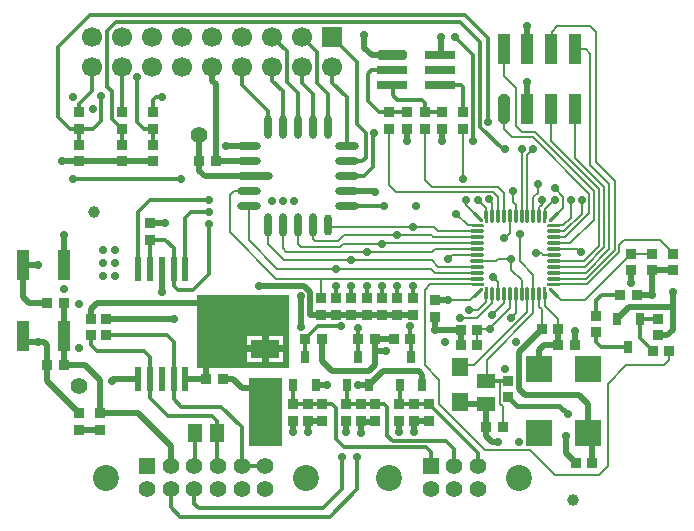
<source format=gtl>
G04 Layer_Physical_Order=1*
G04 Layer_Color=255*
%FSLAX44Y44*%
%MOMM*%
G71*
G01*
G75*
%ADD10R,0.7000X1.0000*%
%ADD11R,2.4000X1.6500*%
%ADD12O,0.7000X2.0000*%
%ADD13O,2.0000X0.7000*%
%ADD14O,0.7000X1.8000*%
%ADD15O,3.0000X0.7000*%
%ADD16R,1.0000X2.5000*%
G04:AMPARAMS|DCode=17|XSize=1mm|YSize=2.5mm|CornerRadius=0mm|HoleSize=0mm|Usage=FLASHONLY|Rotation=0.000|XOffset=0mm|YOffset=0mm|HoleType=Round|Shape=Octagon|*
%AMOCTAGOND17*
4,1,8,-0.2500,1.2500,0.2500,1.2500,0.5000,1.0000,0.5000,-1.0000,0.2500,-1.2500,-0.2500,-1.2500,-0.5000,-1.0000,-0.5000,1.0000,-0.2500,1.2500,0.0*
%
%ADD17OCTAGOND17*%

%ADD18R,2.6000X0.8000*%
G04:AMPARAMS|DCode=19|XSize=2.5mm|YSize=0.8mm|CornerRadius=0mm|HoleSize=0mm|Usage=FLASHONLY|Rotation=0.000|XOffset=0mm|YOffset=0mm|HoleType=Round|Shape=Octagon|*
%AMOCTAGOND19*
4,1,8,1.2500,-0.2000,1.2500,0.2000,1.0500,0.4000,-1.0500,0.4000,-1.2500,0.2000,-1.2500,-0.2000,-1.0500,-0.4000,1.0500,-0.4000,1.2500,-0.2000,0.0*
%
%ADD19OCTAGOND19*%

%ADD20R,2.2000X2.2000*%
%ADD21R,1.4000X1.6500*%
%ADD22R,1.5000X1.3000*%
%ADD23R,1.1000X2.6000*%
%ADD24R,0.8500X0.8500*%
%ADD25C,0.3000*%
%ADD26O,0.3000X1.2000*%
%ADD27O,1.2000X0.3000*%
G04:AMPARAMS|DCode=28|XSize=0.3mm|YSize=1.2mm|CornerRadius=0mm|HoleSize=0mm|Usage=FLASHONLY|Rotation=225.000|XOffset=0mm|YOffset=0mm|HoleType=Round|Shape=Round|*
%AMOVALD28*
21,1,0.9000,0.3000,0.0000,0.0000,315.0*
1,1,0.3000,-0.3182,0.3182*
1,1,0.3000,0.3182,-0.3182*
%
%ADD28OVALD28*%

G04:AMPARAMS|DCode=29|XSize=0.3mm|YSize=1.2mm|CornerRadius=0mm|HoleSize=0mm|Usage=FLASHONLY|Rotation=315.000|XOffset=0mm|YOffset=0mm|HoleType=Round|Shape=Round|*
%AMOVALD29*
21,1,0.9000,0.3000,0.0000,0.0000,45.0*
1,1,0.3000,-0.3182,-0.3182*
1,1,0.3000,0.3182,0.3182*
%
%ADD29OVALD29*%

%ADD30R,0.6000X2.0000*%
%ADD31R,1.3000X1.5000*%
%ADD32R,0.8500X0.8500*%
%ADD33C,1.0000*%
%ADD34C,0.3000*%
%ADD35C,0.2000*%
%ADD36C,0.5000*%
%ADD37C,0.4000*%
%ADD38R,1.4000X1.4000*%
%ADD39C,1.4000*%
%ADD40C,2.2000*%
%ADD41C,1.7000*%
%ADD42R,1.7000X1.7000*%
%ADD43C,0.7000*%
G36*
X383113Y-64004D02*
X383114Y-67001D01*
X383614Y-67500D01*
X383614Y-73750D01*
X380614Y-73750D01*
X380614Y-63250D01*
X382373Y-63250D01*
X383113Y-64004D01*
D02*
G37*
G36*
X394364Y-60001D02*
X394364Y-63001D01*
X388112Y-63001D01*
X387613Y-62502D01*
X384619Y-62501D01*
X383864Y-61759D01*
X383864Y-60001D01*
X394364Y-60001D01*
D02*
G37*
G36*
X333613Y-63250D02*
X333613Y-73750D01*
X330613Y-73750D01*
X330612Y-67498D01*
X331112Y-66999D01*
X331114Y-64005D01*
X331855Y-63250D01*
X333613Y-63250D01*
D02*
G37*
G36*
X159000Y-141000D02*
X159000Y-198000D01*
X131000Y-198000D01*
X131000Y-141000D01*
X159000Y-141000D01*
D02*
G37*
G36*
X165000Y-132000D02*
X87500D01*
Y-70000D01*
X165000D01*
Y-132000D01*
D02*
G37*
G36*
X333613Y750D02*
X333613Y-9750D01*
X331855Y-9750D01*
X331114Y-8995D01*
X331112Y-6001D01*
X330612Y-5501D01*
X330613Y750D01*
X333613Y750D01*
D02*
G37*
G36*
X383614Y-5500D02*
X383114Y-5999D01*
X383113Y-8996D01*
X382373Y-9750D01*
X380614Y-9750D01*
X380614Y750D01*
X383614Y750D01*
X383614Y-5500D01*
D02*
G37*
G36*
X394364Y-9999D02*
X394364Y-12999D01*
X383864Y-12999D01*
X383864Y-11241D01*
X384619Y-10500D01*
X387613Y-10498D01*
X388112Y-9998D01*
X394364Y-9999D01*
D02*
G37*
G36*
X330364Y-60000D02*
X330364Y-61759D01*
X329609Y-62499D01*
X326613Y-62500D01*
X326114Y-63000D01*
X319864Y-63000D01*
X319864Y-60000D01*
X330364Y-60000D01*
D02*
G37*
G36*
X326114Y-10000D02*
X326613Y-10500D01*
X329609Y-10501D01*
X330364Y-11241D01*
X330364Y-13000D01*
X319864Y-13000D01*
X319864Y-10000D01*
X326114Y-10000D01*
D02*
G37*
%LPC*%
G36*
X142000Y-119000D02*
X130000D01*
Y-127250D01*
X142000D01*
Y-119000D01*
D02*
G37*
G36*
X160000Y-104750D02*
X148000D01*
Y-113000D01*
X160000D01*
Y-104750D01*
D02*
G37*
G36*
X142000D02*
X130000D01*
Y-113000D01*
X142000D01*
Y-104750D01*
D02*
G37*
G36*
X160000Y-119000D02*
X148000D01*
Y-127250D01*
X160000D01*
Y-119000D01*
D02*
G37*
%LPD*%
D10*
X452500Y-114500D02*
D03*
X443000Y-90500D02*
D03*
X462000D02*
D03*
X258919Y-147000D02*
D03*
X277919D02*
D03*
X268419Y-123000D02*
D03*
X223419D02*
D03*
X232919Y-147000D02*
D03*
X213919D02*
D03*
X168919D02*
D03*
X187919D02*
D03*
X178419Y-123000D02*
D03*
D11*
X145000Y-150000D02*
D03*
Y-116000D02*
D03*
D12*
X147100Y71500D02*
D03*
X159800D02*
D03*
X172500D02*
D03*
X185200D02*
D03*
X197900D02*
D03*
X185200Y-11500D02*
D03*
X172500D02*
D03*
X159800D02*
D03*
X147100D02*
D03*
D13*
X214000Y55400D02*
D03*
Y42700D02*
D03*
Y30000D02*
D03*
Y17300D02*
D03*
Y4600D02*
D03*
X131000D02*
D03*
Y17300D02*
D03*
Y42700D02*
D03*
Y55400D02*
D03*
D14*
X197900Y-11500D02*
D03*
D15*
X136000Y30000D02*
D03*
D16*
X407114Y137500D02*
D03*
Y87500D02*
D03*
X387114Y137500D02*
D03*
Y87500D02*
D03*
X367114Y137500D02*
D03*
Y87500D02*
D03*
X347114Y137500D02*
D03*
D17*
Y87500D02*
D03*
D18*
X293419Y132700D02*
D03*
Y120000D02*
D03*
Y107300D02*
D03*
X252419Y120000D02*
D03*
Y107300D02*
D03*
D19*
Y132700D02*
D03*
D20*
X376500Y-187050D02*
D03*
X418500D02*
D03*
Y-133050D02*
D03*
X376500Y-132950D02*
D03*
D21*
X310000Y-131000D02*
D03*
Y-161000D02*
D03*
D22*
X332000Y-143500D02*
D03*
Y-162500D02*
D03*
D23*
X-60000Y-45000D02*
D03*
X-25000D02*
D03*
Y-105000D02*
D03*
X-60000D02*
D03*
D24*
X109000Y-141500D02*
D03*
X95000D02*
D03*
X-25501Y-77501D02*
D03*
X-39501D02*
D03*
X346000Y-182000D02*
D03*
X332000D02*
D03*
X379000Y-99000D02*
D03*
X393000D02*
D03*
X324500Y-100000D02*
D03*
X310500D02*
D03*
X310500Y-112500D02*
D03*
X324500D02*
D03*
X-25500Y-130000D02*
D03*
X-39500D02*
D03*
X267919Y-107500D02*
D03*
X253919D02*
D03*
X408000Y-212500D02*
D03*
X422000D02*
D03*
X407000Y-112500D02*
D03*
X393000D02*
D03*
X487000Y-117500D02*
D03*
X473000D02*
D03*
X445500Y-70000D02*
D03*
X459500D02*
D03*
X223919Y-107500D02*
D03*
X237919D02*
D03*
X179000Y-108000D02*
D03*
X193000D02*
D03*
X103000Y43000D02*
D03*
X89000D02*
D03*
D25*
X394364Y-11500D02*
D03*
X382114Y750D02*
D03*
Y-73750D02*
D03*
X394364Y-61500D02*
D03*
X319864D02*
D03*
X332114Y-73750D02*
D03*
X319864Y-11500D02*
D03*
X332114Y750D02*
D03*
D26*
X377114Y-3750D02*
D03*
X372114D02*
D03*
X367114D02*
D03*
X362114D02*
D03*
X357114D02*
D03*
X352114D02*
D03*
X347114D02*
D03*
X342114D02*
D03*
X337114D02*
D03*
Y-69250D02*
D03*
X342114D02*
D03*
X347114D02*
D03*
X352114D02*
D03*
X357114D02*
D03*
X362114D02*
D03*
X367114D02*
D03*
X372114D02*
D03*
X377114D02*
D03*
D27*
X324364Y-16500D02*
D03*
Y-21500D02*
D03*
Y-26500D02*
D03*
Y-31500D02*
D03*
Y-36500D02*
D03*
Y-41500D02*
D03*
Y-46500D02*
D03*
Y-51500D02*
D03*
Y-56500D02*
D03*
X389864D02*
D03*
Y-51500D02*
D03*
Y-46500D02*
D03*
Y-41500D02*
D03*
Y-36500D02*
D03*
Y-31500D02*
D03*
Y-26500D02*
D03*
Y-21500D02*
D03*
Y-16500D02*
D03*
D28*
X324914Y-4300D02*
D03*
X389314Y-68700D02*
D03*
D29*
X324914D02*
D03*
X389314Y-4300D02*
D03*
D30*
X77500Y-48500D02*
D03*
X57500Y-141500D02*
D03*
X67500Y-48500D02*
D03*
X47500D02*
D03*
X37500D02*
D03*
X37500Y-141500D02*
D03*
X47500D02*
D03*
X67500D02*
D03*
X77500D02*
D03*
X57500Y-48500D02*
D03*
D31*
X104500Y-187500D02*
D03*
X85500D02*
D03*
D32*
X-12500Y-184500D02*
D03*
Y-170500D02*
D03*
X295000Y84500D02*
D03*
Y70500D02*
D03*
X270000Y-87000D02*
D03*
Y-73000D02*
D03*
X312500Y84500D02*
D03*
Y70500D02*
D03*
X472500Y-49500D02*
D03*
Y-35500D02*
D03*
X-12500Y43000D02*
D03*
Y57000D02*
D03*
X23500D02*
D03*
Y43000D02*
D03*
X50000Y57000D02*
D03*
Y43000D02*
D03*
X283419Y-177000D02*
D03*
Y-163000D02*
D03*
X238419Y-177000D02*
D03*
Y-163000D02*
D03*
X193419Y-177000D02*
D03*
Y-163000D02*
D03*
X455000Y-49500D02*
D03*
Y-35500D02*
D03*
X-12500Y70300D02*
D03*
Y84300D02*
D03*
X23500Y70500D02*
D03*
Y84500D02*
D03*
X50000Y70500D02*
D03*
Y84500D02*
D03*
X258419Y-163000D02*
D03*
Y-177000D02*
D03*
X270919Y-163000D02*
D03*
Y-177000D02*
D03*
X213419Y-163000D02*
D03*
Y-177000D02*
D03*
X225919Y-163000D02*
D03*
Y-177000D02*
D03*
X168419Y-163000D02*
D03*
Y-177000D02*
D03*
X180919Y-163000D02*
D03*
Y-177000D02*
D03*
X265000Y84500D02*
D03*
Y70500D02*
D03*
X250000Y84500D02*
D03*
Y70500D02*
D03*
X280000Y84500D02*
D03*
Y70500D02*
D03*
X351000Y-157000D02*
D03*
Y-143000D02*
D03*
X244000Y-87000D02*
D03*
Y-73000D02*
D03*
X257000Y-87000D02*
D03*
Y-73000D02*
D03*
X218000Y-87000D02*
D03*
Y-73000D02*
D03*
X205000Y-87000D02*
D03*
Y-73000D02*
D03*
X231000Y-87000D02*
D03*
Y-73000D02*
D03*
X192000Y-87000D02*
D03*
Y-73000D02*
D03*
X-2500Y-104500D02*
D03*
Y-90500D02*
D03*
X10000Y-90500D02*
D03*
Y-104500D02*
D03*
X490000Y-35500D02*
D03*
Y-49500D02*
D03*
X425000Y-88000D02*
D03*
Y-102000D02*
D03*
X477500Y-90500D02*
D03*
Y-104500D02*
D03*
X289000Y-75000D02*
D03*
Y-89000D02*
D03*
X5000Y-184500D02*
D03*
Y-170500D02*
D03*
X47500Y-23500D02*
D03*
Y-9500D02*
D03*
D33*
X406000Y-244000D02*
D03*
X0Y0D02*
D03*
D34*
X214000Y55400D02*
Y97000D01*
X201600Y109400D02*
X214000Y97000D01*
X235000Y120000D02*
X253419D01*
X232000Y117000D02*
X235000Y120000D01*
X232000Y94000D02*
Y117000D01*
X312500Y84500D02*
Y105500D01*
X310700Y107300D02*
X312500Y105500D01*
X292419Y107300D02*
X310700D01*
X344000Y-143000D02*
X350000D01*
X333000D02*
X344000D01*
X253419Y98581D02*
Y107300D01*
Y98581D02*
X257000Y95000D01*
X277500D01*
X280000Y92500D01*
Y84500D02*
Y92500D01*
X248419Y-189419D02*
Y-165419D01*
X246000Y-163000D02*
X248419Y-165419D01*
X238419Y-163000D02*
X246000D01*
X211500Y-199000D02*
X281000D01*
X205000Y-192500D02*
Y-166400D01*
Y-192500D02*
X211500Y-199000D01*
X248419Y-189419D02*
X253000Y-194000D01*
X147100Y71500D02*
Y85400D01*
X125400Y107100D02*
X147100Y85400D01*
X125400Y107100D02*
Y121600D01*
X462000Y-106500D02*
X473000Y-117500D01*
X462000Y-106500D02*
Y-90500D01*
X104500Y-187500D02*
Y-177000D01*
X100000Y-172500D02*
X104500Y-177000D01*
X62500Y-172500D02*
X100000D01*
X67500Y-48500D02*
Y-30500D01*
X60500Y-23500D02*
X67500Y-30500D01*
X47500Y-23500D02*
X60500D01*
X67500Y-62500D02*
Y-48500D01*
Y-62500D02*
X71000Y-66000D01*
X84000D01*
X97500Y-52500D01*
X52500Y97500D02*
X57500D01*
X50000Y95000D02*
X52500Y97500D01*
X50000Y84500D02*
Y95000D01*
Y84500D02*
X50500Y85000D01*
X179000Y-108000D02*
X190000Y-97000D01*
X209000D01*
X178419Y-123000D02*
Y-108581D01*
X179000Y-108000D01*
X285000Y-215000D02*
Y-203000D01*
X281000Y-199000D02*
X285000Y-203000D01*
X298000Y-194000D02*
X305000Y-201000D01*
X253000Y-194000D02*
X298000D01*
X224000Y-107419D02*
Y-98000D01*
X223919Y-107500D02*
X224000Y-107419D01*
X267999Y-107420D02*
Y-97000D01*
X267919Y-107500D02*
X267999Y-107420D01*
X11300Y105700D02*
X15000Y102000D01*
Y79000D02*
Y102000D01*
Y79000D02*
X23500Y70500D01*
X6000Y77300D02*
Y97000D01*
X-12500Y70300D02*
X-1000D01*
X6000Y77300D01*
X245600Y4600D02*
X246000Y5000D01*
X214000Y4600D02*
X245600D01*
X236500Y38000D02*
Y67000D01*
X228500Y30000D02*
X236500Y38000D01*
X214000Y30000D02*
X228500D01*
X230000Y46000D02*
Y67000D01*
X226700Y42700D02*
X230000Y46000D01*
X214000Y42700D02*
X226700D01*
X270000Y-73000D02*
Y-63000D01*
X257000Y-73000D02*
Y-63000D01*
X244000Y-73000D02*
Y-63000D01*
X231000Y-73000D02*
Y-63000D01*
X218000Y-73000D02*
Y-63000D01*
X205000Y-73000D02*
Y-63000D01*
X314000Y167000D02*
X334000Y147000D01*
Y76000D02*
Y147000D01*
X-3000Y167000D02*
X314000D01*
X-30000Y140000D02*
X-3000Y167000D01*
X310136Y161000D02*
X327000Y144136D01*
X18822Y161000D02*
X310136D01*
X11300Y153478D02*
X18822Y161000D01*
X327000Y72101D02*
X346101Y53000D01*
X327000Y77899D02*
Y144136D01*
X327000Y77899D02*
X327000Y77899D01*
X327000Y72101D02*
Y77899D01*
X346101Y53000D02*
X348000D01*
X321000Y60000D02*
Y133000D01*
X325000Y-215000D02*
Y-204581D01*
X283419Y-163000D02*
X325000Y-204581D01*
X194000Y-251000D02*
X210000Y-235000D01*
X199500Y-258000D02*
X222500Y-235000D01*
X73000Y-258000D02*
X199500D01*
X65000Y-250000D02*
X73000Y-258000D01*
X176200Y148300D02*
X189100Y135400D01*
X150800Y148300D02*
X163300Y135800D01*
X150800Y111200D02*
Y122900D01*
X-1600Y102400D02*
Y122900D01*
X104500Y-211500D02*
Y-187500D01*
Y-211500D02*
X105000Y-212000D01*
X85500Y-211500D02*
Y-187500D01*
X85000Y-212000D02*
X85500Y-211500D01*
X-17500Y27500D02*
X73500D01*
X11300Y105700D02*
Y153478D01*
X-12500Y91500D02*
X-1600Y102400D01*
X-12500Y84300D02*
Y91500D01*
X305000Y-215000D02*
Y-201000D01*
X332500Y-142500D02*
X333000Y-143000D01*
X42000Y70500D02*
X50000D01*
X36700Y75800D02*
X42000Y70500D01*
X36700Y75800D02*
Y114000D01*
X306000Y148000D02*
X321000Y133000D01*
X321000Y60000D02*
X321000Y60000D01*
X222500Y-235000D02*
Y-207500D01*
X210000Y-235000D02*
Y-207500D01*
X125000Y-215000D02*
X145000D01*
X189100Y108900D02*
X197900Y100100D01*
Y71500D02*
Y100100D01*
X176200Y108800D02*
X185200Y99800D01*
Y71500D02*
Y99800D01*
X150800Y111200D02*
X159800Y102200D01*
Y71500D02*
Y102200D01*
X201600Y109400D02*
Y122900D01*
X189100Y108900D02*
Y135400D01*
X172500Y71500D02*
Y100500D01*
X163300Y109700D02*
X172500Y100500D01*
X163300Y109700D02*
Y135800D01*
X280000Y84500D02*
X295000D01*
X-12500Y57000D02*
Y70300D01*
X50000Y57000D02*
Y70500D01*
X-30000Y80000D02*
Y140000D01*
Y80000D02*
X-20300Y70300D01*
X82500Y-0D02*
X97500D01*
X77500Y-5000D02*
X82500Y-0D01*
X47300Y9800D02*
X97500D01*
X37500Y0D02*
X47300Y9800D01*
X-20300Y70300D02*
X-12500D01*
X425000Y-110000D02*
Y-102000D01*
Y-110000D02*
X429500Y-114500D01*
X452500D01*
X462000Y-90500D02*
X480000D01*
X47500Y-48500D02*
Y-23500D01*
X37500Y-48500D02*
Y0D01*
X77500Y-48500D02*
Y-5000D01*
X201600Y-163000D02*
X205000Y-166400D01*
X180919Y-163000D02*
X193419D01*
X168919D02*
X180919D01*
X193419D02*
X201600D01*
X125000Y-215000D02*
Y-182500D01*
X47500Y-157500D02*
X62500Y-172500D01*
X47500Y-157500D02*
Y-141500D01*
X267919Y-107500D02*
X268419Y-107000D01*
X268419Y-123000D02*
Y-108000D01*
X223419Y-123000D02*
Y-108000D01*
X168919Y-163000D02*
Y-147000D01*
X213919Y-162500D02*
Y-147000D01*
X258419Y-163000D02*
X283419D01*
X258919Y-162500D02*
Y-147000D01*
X10000Y-104500D02*
X62000D01*
X67500Y-110000D01*
Y-141500D02*
Y-110000D01*
X-2500Y-112500D02*
Y-104500D01*
Y-112500D02*
X2500Y-117500D01*
X42500D01*
X47500Y-122500D01*
Y-141500D02*
Y-122500D01*
X213419Y-163000D02*
X225919D01*
X238419D01*
X250000Y84500D02*
X265000D01*
X430000Y-70000D02*
X445500D01*
X425000Y-88000D02*
Y-75000D01*
X430000Y-70000D01*
X97500Y-52500D02*
Y-10000D01*
X176200Y108800D02*
Y122900D01*
X23500Y84500D02*
X23800Y84800D01*
Y122900D01*
X23500Y57000D02*
Y70500D01*
X223000Y74000D02*
X230000Y67000D01*
X223000Y74000D02*
Y126900D01*
X201600Y148300D02*
X223000Y126900D01*
X241500Y84500D02*
X250000D01*
X232000Y94000D02*
X241500Y84500D01*
X253000Y106881D02*
X253419Y107300D01*
X65000Y-250000D02*
Y-235000D01*
X107500Y-165000D02*
X125000Y-182500D01*
X67500Y-158500D02*
Y-141500D01*
Y-158500D02*
X74000Y-165000D01*
X107500D01*
X85000Y-247000D02*
Y-235000D01*
Y-247000D02*
X89000Y-251000D01*
X194000D01*
D35*
X197900Y-11500D02*
X199400Y-13000D01*
X270000D01*
X131000Y-23921D02*
Y4600D01*
Y-23921D02*
X155079Y-48000D01*
X115000Y14000D02*
X118300Y17300D01*
X131000D01*
X115000Y-17000D02*
Y14000D01*
X343750Y-143250D02*
X344000Y-143000D01*
X343750Y-162493D02*
Y-143250D01*
Y-162493D02*
X346000Y-164743D01*
Y-182000D02*
Y-164743D01*
X395614Y-75000D02*
X415500D01*
X389314Y-68700D02*
X395614Y-75000D01*
X354000Y63500D02*
X371500D01*
X347114Y70386D02*
X354000Y63500D01*
X347114Y70386D02*
Y87500D01*
X425000Y42000D02*
Y152500D01*
X420000Y157500D02*
X425000Y152500D01*
X392500Y157500D02*
X420000D01*
X387500Y152500D02*
X392500Y157500D01*
X448500Y-24000D02*
X479000D01*
X444828Y-27672D02*
X448500Y-24000D01*
X444828Y-34299D02*
Y-27672D01*
X310000Y-131500D02*
X311500Y-130000D01*
X322192D01*
X367114Y-85078D01*
X420000Y40000D02*
Y134000D01*
X416500Y137500D02*
X420000Y134000D01*
X407114Y137500D02*
X416500D01*
X420000Y40000D02*
X436000Y24000D01*
X425000Y42000D02*
X440828Y26172D01*
X347114Y-3750D02*
Y12950D01*
X312500Y27500D02*
Y70500D01*
X318614Y-75000D02*
X324914Y-68700D01*
X300000Y-75000D02*
X318614D01*
X310000Y-90000D02*
X324000D01*
X317500Y-82886D02*
X325457D01*
X324000Y-90000D02*
X337114Y-76886D01*
X325457Y-82886D02*
X332114Y-76229D01*
Y-73750D01*
X338000Y-55000D02*
X342114Y-59114D01*
X337114Y-76886D02*
Y-69250D01*
X347114Y-76886D02*
Y-69250D01*
X337000Y-87000D02*
X347114Y-76886D01*
X334999Y-99000D02*
Y-98193D01*
X352114Y-81078D01*
Y-69250D01*
X337000Y-87000D02*
Y-85500D01*
X367114Y-85078D02*
Y-69250D01*
X372114Y-86043D02*
Y-69250D01*
X332500Y-125657D02*
X372114Y-86043D01*
X332500Y-142500D02*
Y-125657D01*
X306999Y-2000D02*
X307000D01*
X316500Y-11500D01*
X155079Y-48000D02*
X205000D01*
X289000Y-51500D02*
X324364D01*
X285500Y-48000D02*
X289000Y-51500D01*
X205000Y-48000D02*
X285500D01*
X147100Y-27100D02*
Y-11500D01*
Y-27100D02*
X161000Y-41000D01*
X159800Y-30800D02*
Y-11500D01*
Y-30800D02*
X163000Y-34000D01*
X231000D01*
X172500Y-27500D02*
Y-11500D01*
Y-27500D02*
X175000Y-30000D01*
X208151D01*
X211151Y-27000D01*
X187500Y-25000D02*
X207000D01*
X185200Y-22700D02*
Y-11500D01*
Y-22700D02*
X187500Y-25000D01*
X207000D02*
X212000Y-20000D01*
X192000Y-56500D02*
X324364D01*
X324364Y-56500D01*
X192000D02*
X192000Y-56500D01*
X161000Y-41000D02*
X218000D01*
X211151Y-27000D02*
X244000D01*
X212000Y-20000D02*
X257000D01*
X154500Y-56500D02*
X192000D01*
Y-73000D02*
Y-56500D01*
X115000Y-17000D02*
X154500Y-56500D01*
X291500Y-46500D02*
X324364D01*
X286000Y-41000D02*
X291500Y-46500D01*
X218000Y-41000D02*
X286000D01*
X288500Y-31500D02*
X324364D01*
X286000Y-34000D02*
X288500Y-31500D01*
X231000Y-34000D02*
X286000D01*
X244000Y-27000D02*
X244500Y-26500D01*
X287500Y-21500D02*
X324364D01*
X286000Y-20000D02*
X287500Y-21500D01*
X257000Y-20000D02*
X286000D01*
X270000Y-13000D02*
X288000D01*
X291500Y-16500D01*
X324364D01*
X382000Y-3000D02*
Y2500D01*
X361000Y-41976D02*
X372114Y-53090D01*
X361000Y-41976D02*
Y-19000D01*
X374000Y-35000D02*
X379000D01*
X374000Y-36500D02*
Y-35000D01*
X374000Y-36500D02*
X374000Y-36500D01*
X334444Y10500D02*
X337114Y7830D01*
Y-3750D02*
Y7830D01*
X440828Y-32642D02*
Y26172D01*
X436000Y-31814D02*
Y24000D01*
X432000Y-30157D02*
Y21000D01*
X407500Y45500D02*
X432000Y21000D01*
X407500Y45500D02*
Y87114D01*
X427500Y-29000D02*
Y19500D01*
X386996Y60004D02*
X427500Y19500D01*
X386996Y60004D02*
Y94496D01*
X423500Y-6500D02*
Y17500D01*
X373500Y67500D02*
X423500Y17500D01*
X362500Y67500D02*
X373500D01*
X419500Y-814D02*
Y15500D01*
X371500Y63500D02*
X419500Y15500D01*
X342114Y-69250D02*
Y-59114D01*
X325500Y-99000D02*
X334999D01*
X324500Y-100000D02*
X325500Y-99000D01*
X362114Y-69250D02*
Y-58114D01*
X353000Y-49000D02*
Y-40000D01*
Y-49000D02*
X362114Y-58114D01*
X342000Y-40000D02*
X353000D01*
X340500Y-41500D02*
X342000Y-40000D01*
X324364Y-41500D02*
X340500D01*
X353000Y-90000D02*
Y-89500D01*
X357114Y-85386D01*
X372114Y-69250D02*
Y-53090D01*
X355000Y8000D02*
Y17500D01*
X342114Y-3750D02*
Y13000D01*
X367114Y-3750D02*
Y48114D01*
X376000Y16192D02*
Y24000D01*
X390000Y20000D02*
Y20000D01*
X362114Y-3750D02*
Y53000D01*
X325000Y10000D02*
X332114Y2886D01*
X315000Y5614D02*
Y10000D01*
X244500Y-26500D02*
X324364D01*
X300000Y-40000D02*
X303500Y-36500D01*
X367114Y48114D02*
X372000Y53000D01*
X357500Y72500D02*
X362500Y67500D01*
X417627Y-61500D02*
X444828Y-34299D01*
X389864Y-61500D02*
X394364D01*
X417627D01*
X415500Y-75000D02*
X455000Y-35500D01*
X416970Y-56500D02*
X440828Y-32642D01*
X389864Y-56500D02*
X416970D01*
X479000Y-24000D02*
X490000Y-35000D01*
X416314Y-51500D02*
X436000Y-31814D01*
X389864Y-51500D02*
X416314D01*
X415657Y-46500D02*
X432000Y-30157D01*
X389864Y-46500D02*
X415657D01*
X415000Y-41500D02*
X427500Y-29000D01*
X411500Y-34000D02*
X411999D01*
X409000Y-31500D02*
X411500Y-34000D01*
X389864Y-31500D02*
X409000D01*
X403500Y-26500D02*
X423500Y-6500D01*
X389864Y-26500D02*
X403500D01*
X372114Y-3750D02*
Y12306D01*
X376000Y16192D01*
X413000Y-1657D02*
Y10000D01*
X398157Y-16500D02*
X413000Y-1657D01*
X389864Y-16500D02*
X398157D01*
X394364Y-11500D02*
X397500D01*
X390500D02*
X394364D01*
X404000Y-5000D02*
Y10000D01*
X397500Y-11500D02*
X404000Y-5000D01*
X390000Y-12000D02*
X390500Y-11500D01*
X390000Y20000D02*
X397000Y13000D01*
Y3386D02*
Y13000D01*
X389314Y-4300D02*
X397000Y3386D01*
X382000Y2500D02*
X390000Y10500D01*
X379000Y6157D02*
Y10000D01*
X355000Y8000D02*
X357114Y5886D01*
Y-3750D02*
Y5886D01*
X377114Y-3750D02*
Y4271D01*
X379000Y6157D01*
X390000Y-222500D02*
X427601D01*
X435000Y-215100D01*
Y-145500D01*
X455000Y-35500D02*
X472500D01*
X379000Y-35000D02*
X380500Y-36500D01*
X389864D01*
X347499Y-22501D02*
X352114Y-17886D01*
Y-3750D01*
X407114Y87500D02*
X407500Y87114D01*
X347114Y115386D02*
X357500Y105000D01*
X347114Y115386D02*
Y137500D01*
X408300Y145800D02*
X409100Y145000D01*
X482500Y-130000D02*
X487000Y-125500D01*
X450500Y-130000D02*
X482500D01*
X435000Y-145500D02*
X450500Y-130000D01*
X487000Y-125500D02*
Y-117500D01*
X316500Y-11500D02*
X324364D01*
X315000Y5614D02*
X324914Y-4300D01*
X324500Y-112500D02*
Y-100000D01*
X324500Y-100000D01*
X357114Y-85386D02*
Y-69250D01*
X357500Y72500D02*
Y105000D01*
X387500Y145000D02*
Y152500D01*
X332114Y-3750D02*
Y2886D01*
X332000Y-69364D02*
X332114Y-69250D01*
X389864Y-41500D02*
X415000D01*
X303500Y-36500D02*
X324364D01*
X382114Y-80000D02*
Y-69250D01*
X250000Y23056D02*
Y70500D01*
X280000Y-130000D02*
Y-66000D01*
X284500Y-61500D01*
X324364D01*
X347114Y12950D02*
Y15886D01*
X342000Y21000D02*
X347114Y15886D01*
X338114Y17000D02*
X342114Y13000D01*
X256056Y17000D02*
X338114D01*
X250000Y23056D02*
X256056Y17000D01*
X280000Y27000D02*
Y70500D01*
Y27000D02*
X286000Y21000D01*
X342000D01*
X389864Y-21500D02*
X398814D01*
X419500Y-814D01*
X280000Y-130000D02*
X292000Y-142000D01*
Y-163000D02*
Y-142000D01*
Y-163000D02*
X331000Y-202000D01*
X369500D01*
X390000Y-222500D01*
X393000Y-98500D02*
Y-90886D01*
X382114Y-80000D02*
X393000Y-90886D01*
X378000Y-100814D02*
X379000Y-99814D01*
Y-82543D01*
X377114Y-80657D02*
Y-69250D01*
Y-80657D02*
X379000Y-82543D01*
D36*
X420000Y-184000D02*
X424000Y-188000D01*
X410843Y-155000D02*
X418500Y-162657D01*
Y-187050D02*
Y-162657D01*
X377000Y-132900D02*
Y-117000D01*
X360000Y-118814D02*
X378000Y-100814D01*
X360000Y-150000D02*
Y-118814D01*
Y-150000D02*
X365000Y-155000D01*
X237919Y-129581D02*
Y-107500D01*
X238419Y-117500D02*
X247500D01*
X311000Y-162500D02*
X332500D01*
X332000Y-163000D02*
X332500Y-162500D01*
X332000Y-182000D02*
Y-163000D01*
X225919Y-177500D02*
X236305D01*
X225919Y-187114D02*
Y-177500D01*
X213419Y-186614D02*
Y-177000D01*
X2500Y-77500D02*
X97500D01*
X-2500Y-82500D02*
X2500Y-77500D01*
X-2500Y-90500D02*
Y-82500D01*
X443000Y-90500D02*
X453000Y-80500D01*
X489500D01*
X480000Y-104500D02*
X485500D01*
X490000Y-100000D01*
Y-67500D01*
X229000Y139000D02*
Y150000D01*
Y139000D02*
X235300Y132700D01*
X253419D01*
X193000Y-126000D02*
Y-108000D01*
Y-126000D02*
X202000Y-135000D01*
X232500D01*
X289000Y-100000D02*
Y-89000D01*
Y-100000D02*
X310500D01*
X289000Y-75000D02*
X300000D01*
X300000Y-75000D01*
X214000Y17300D02*
X237700D01*
X89000Y43000D02*
Y65000D01*
Y35000D02*
Y43000D01*
Y35000D02*
X94000Y30000D01*
X136000D01*
X103000Y43000D02*
Y108000D01*
X100000Y111000D02*
X103000Y108000D01*
X100000Y111000D02*
Y122900D01*
X102000Y42700D02*
X131000D01*
X111600Y55400D02*
X131000D01*
X16500Y-141500D02*
X37500D01*
X15000Y-143000D02*
X16500Y-141500D01*
X365000Y-155000D02*
X410843D01*
X422000Y-212500D02*
Y-192500D01*
X57500Y-68000D02*
Y-48500D01*
X58000Y-49000D01*
X455000Y-60000D02*
Y-49500D01*
X472500Y-49500D02*
X490000D01*
X472500Y-70000D02*
Y-49500D01*
X-7500Y-130000D02*
X5000Y-142500D01*
X-25500Y-130000D02*
X-7500D01*
X47500Y-9500D02*
X60500D01*
X-25000Y-45000D02*
Y-20000D01*
X-60000Y-45000D02*
X-47500D01*
X-60000Y-72500D02*
Y-45000D01*
Y-72500D02*
X-54999Y-77501D01*
X-39501D01*
X-39500Y-130000D02*
Y-113000D01*
X-42500Y-110000D02*
X-39500Y-113000D01*
X-47500Y-110000D02*
X-42500D01*
X-39500Y-143500D02*
X-12500Y-170500D01*
X-39500Y-143500D02*
Y-130000D01*
X-12500Y-184500D02*
X5000D01*
X-25501Y-104499D02*
Y-77501D01*
X-25500Y-112250D02*
X-23250Y-110000D01*
X-25500Y-130000D02*
Y-112250D01*
X140000Y-62500D02*
X140000Y-62500D01*
X-27000Y43000D02*
X-12500D01*
X11500Y-91000D02*
X68000D01*
X10500Y-90000D02*
X11500Y-91000D01*
X10000Y-90500D02*
X10500Y-90000D01*
X-60000Y-110000D02*
X-47500D01*
X-60000Y-110000D02*
X-60000Y-110000D01*
X270919Y-186614D02*
Y-177000D01*
X232919Y-147000D02*
X244919Y-135000D01*
X275000D01*
X277919Y-137919D01*
Y-147000D02*
Y-137919D01*
X-61750Y-42500D02*
X-60000Y-44250D01*
X310500Y-112500D02*
Y-100000D01*
X310000Y-163500D02*
X311000Y-162500D01*
X265000Y60000D02*
Y70500D01*
X407000Y-112500D02*
Y-100500D01*
X258419Y-186614D02*
Y-177000D01*
X-12500Y43000D02*
X50000D01*
X95000Y-141500D02*
Y-127500D01*
X480000Y-104500D02*
X480500Y-105000D01*
X459500Y-70000D02*
X472500D01*
X223838Y-147000D02*
X232919D01*
X187919D02*
X197000D01*
X232500Y-135000D02*
X237919Y-129581D01*
X295000Y60000D02*
Y70500D01*
X367114Y87500D02*
Y109614D01*
X77500Y-141500D02*
X95000D01*
X180919Y-186614D02*
Y-177000D01*
X237919Y-107500D02*
X253919D01*
X180919Y-177000D02*
X193419D01*
X168419Y-186614D02*
Y-177000D01*
X270919Y-177000D02*
X283419D01*
X367114Y137500D02*
Y157114D01*
X192500Y-87000D02*
X268369D01*
X183000Y-87000D02*
X192500D01*
X183000D02*
Y-68000D01*
X175000Y-97500D02*
Y-71500D01*
X140000Y-62500D02*
X177500D01*
X183000Y-68000D01*
X292419Y132700D02*
X294000Y134281D01*
Y148000D01*
X5000Y-170500D02*
X37500D01*
X65000Y-198000D01*
Y-215000D02*
Y-198000D01*
X5000Y-170500D02*
Y-142500D01*
X109000Y-141500D02*
X117500D01*
X125000Y-149000D01*
X145000D01*
X337000Y-195000D02*
X342500D01*
X332000Y-190000D02*
X337000Y-195000D01*
X332000Y-190000D02*
Y-182000D01*
X377000Y-117000D02*
X381500Y-112500D01*
X393000D01*
Y-99000D01*
Y-98500D01*
X400000Y-204500D02*
X408000Y-212500D01*
X400000Y-204500D02*
Y-190000D01*
D37*
X127500Y29900D02*
X146550D01*
X351000Y-157000D02*
X358000Y-164000D01*
X393814D01*
X401157Y-171343D01*
D38*
X45000Y-215000D02*
D03*
X285000D02*
D03*
D39*
X125000Y-235000D02*
D03*
X145000Y-215000D02*
D03*
Y-235000D02*
D03*
X45000D02*
D03*
X65000Y-215000D02*
D03*
Y-235000D02*
D03*
X85000Y-215000D02*
D03*
Y-235000D02*
D03*
X105000Y-215000D02*
D03*
Y-235000D02*
D03*
X125000Y-215000D02*
D03*
X285000Y-235000D02*
D03*
X305000Y-215000D02*
D03*
Y-235000D02*
D03*
X325000Y-215000D02*
D03*
Y-235000D02*
D03*
X-12500Y-147500D02*
D03*
X89000Y65000D02*
D03*
D40*
X10000Y-225000D02*
D03*
X180000D02*
D03*
X250000D02*
D03*
X360000D02*
D03*
D41*
X-1600Y122900D02*
D03*
Y148300D02*
D03*
X150800Y122900D02*
D03*
X176200Y148300D02*
D03*
Y122900D02*
D03*
X201600D02*
D03*
X125400D02*
D03*
X100000D02*
D03*
X125400Y148300D02*
D03*
X150800D02*
D03*
X100000D02*
D03*
X23800D02*
D03*
X74600D02*
D03*
X49200D02*
D03*
X23800Y122900D02*
D03*
X49200D02*
D03*
X74600D02*
D03*
D42*
X201600Y148300D02*
D03*
D43*
X225919Y-187114D02*
D03*
X213419Y-186614D02*
D03*
X312500Y27500D02*
D03*
X289000Y-100000D02*
D03*
X310000Y-90000D02*
D03*
X317500Y-82886D02*
D03*
X300000Y-75000D02*
D03*
X338000Y-55000D02*
D03*
X337000Y-87000D02*
D03*
X306999Y-2000D02*
D03*
X209000Y-97000D02*
D03*
X224000Y-98000D02*
D03*
X267999Y-97000D02*
D03*
X6000Y98000D02*
D03*
X151000Y9000D02*
D03*
X160000D02*
D03*
X169000D02*
D03*
X246000Y5000D02*
D03*
X238000Y17000D02*
D03*
X111600Y55400D02*
D03*
X205000Y-48000D02*
D03*
X270000Y-63000D02*
D03*
X257000D02*
D03*
X244000D02*
D03*
X231000D02*
D03*
X218000D02*
D03*
X205000D02*
D03*
X270000Y-13000D02*
D03*
X257000Y-20000D02*
D03*
X244000Y-27000D02*
D03*
X231000Y-34000D02*
D03*
X401157Y-171343D02*
D03*
X361000Y-19000D02*
D03*
X374000Y-35000D02*
D03*
X334999Y-99000D02*
D03*
X353000Y-90000D02*
D03*
Y-40000D02*
D03*
X348000Y53000D02*
D03*
X355000Y17500D02*
D03*
X334444Y10500D02*
D03*
X376000Y24000D02*
D03*
X390000Y20000D02*
D03*
X325000Y10000D02*
D03*
X315000D02*
D03*
X300000Y-40000D02*
D03*
X218000Y-41000D02*
D03*
X362114Y53000D02*
D03*
X411999Y-34000D02*
D03*
X372000Y53000D02*
D03*
X404000Y10000D02*
D03*
X390000Y10000D02*
D03*
X379000D02*
D03*
X413000Y10000D02*
D03*
X18000Y-54000D02*
D03*
Y-43000D02*
D03*
Y-32000D02*
D03*
X145000Y-193000D02*
D03*
X155000D02*
D03*
X135000D02*
D03*
X15000Y-143000D02*
D03*
X400000Y-190000D02*
D03*
X357500Y-110000D02*
D03*
X57500Y-68000D02*
D03*
X455000Y-60000D02*
D03*
X490000Y-67500D02*
D03*
X360000Y-195000D02*
D03*
X152500Y-95000D02*
D03*
X135000D02*
D03*
X117500D02*
D03*
X100000D02*
D03*
Y-77500D02*
D03*
X117500D02*
D03*
X152500D02*
D03*
X135000D02*
D03*
X73500Y27500D02*
D03*
X60500Y-9500D02*
D03*
X-1000Y87000D02*
D03*
X8000Y-32000D02*
D03*
Y-43000D02*
D03*
X-25000Y-20000D02*
D03*
X-47500Y-45000D02*
D03*
X-12500Y-115000D02*
D03*
X-25000Y-65000D02*
D03*
X140000Y-62500D02*
D03*
X-27000Y43000D02*
D03*
X68000Y-91000D02*
D03*
X-47500Y-110000D02*
D03*
X270919Y-186614D02*
D03*
X348000Y-133000D02*
D03*
X272500Y5000D02*
D03*
X297500Y-110000D02*
D03*
X342500Y-195000D02*
D03*
X265000Y60000D02*
D03*
X36700Y114000D02*
D03*
X306000Y148000D02*
D03*
X321000Y60000D02*
D03*
X347499Y-22501D02*
D03*
X222500Y-207500D02*
D03*
X210000D02*
D03*
X407000Y-100500D02*
D03*
X258419Y-186614D02*
D03*
X247500Y-117500D02*
D03*
X-17500Y27500D02*
D03*
X57500Y97500D02*
D03*
X334000Y76000D02*
D03*
X-17500Y97500D02*
D03*
X97500Y9800D02*
D03*
X97500Y-0D02*
D03*
X472500Y-70000D02*
D03*
X223838Y-147000D02*
D03*
X197000D02*
D03*
X295000Y60000D02*
D03*
X367114Y109614D02*
D03*
X180919Y-186614D02*
D03*
X168419Y-186614D02*
D03*
X367114Y157114D02*
D03*
X175000Y-97500D02*
D03*
X237000Y67000D02*
D03*
X97500Y-10000D02*
D03*
X175000Y-71500D02*
D03*
X-13000Y-78000D02*
D03*
X8000Y-54000D02*
D03*
X229000Y150000D02*
D03*
X294000Y148000D02*
D03*
X117500Y-112500D02*
D03*
X100000D02*
D03*
M02*

</source>
